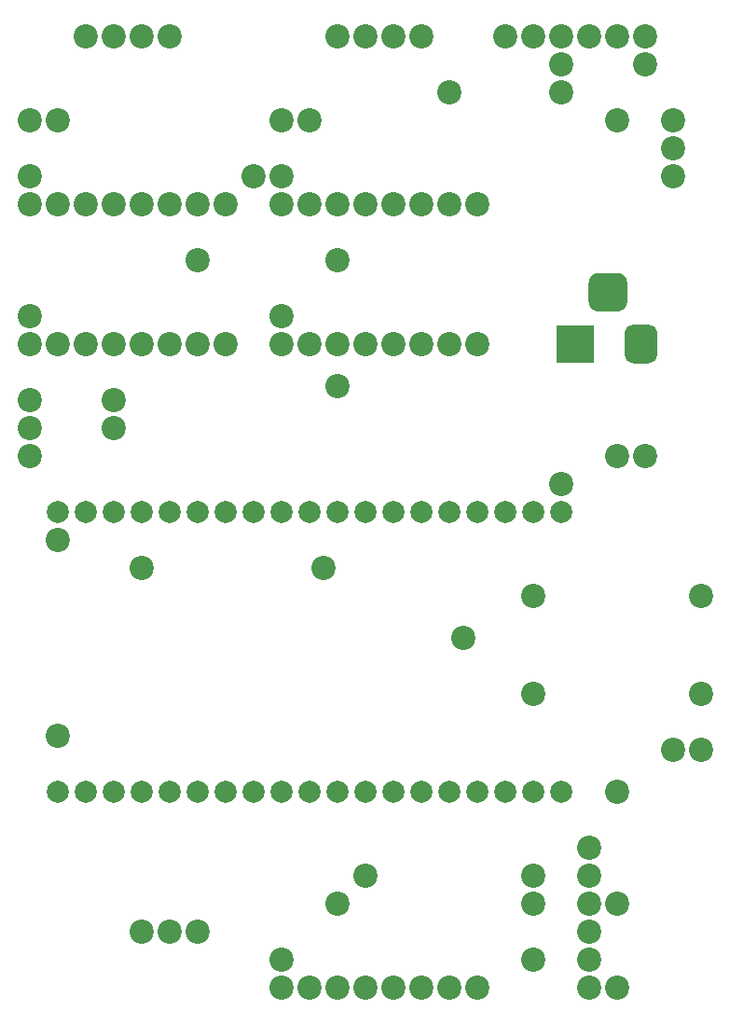
<source format=gbr>
%TF.GenerationSoftware,KiCad,Pcbnew,(5.1.6)-1*%
%TF.CreationDate,2021-10-03T09:04:03-05:00*%
%TF.ProjectId,_vMachine,5f764d61-6368-4696-9e65-2e6b69636164,rev?*%
%TF.SameCoordinates,Original*%
%TF.FileFunction,Soldermask,Bot*%
%TF.FilePolarity,Negative*%
%FSLAX46Y46*%
G04 Gerber Fmt 4.6, Leading zero omitted, Abs format (unit mm)*
G04 Created by KiCad (PCBNEW (5.1.6)-1) date 2021-10-03 09:04:03*
%MOMM*%
%LPD*%
G01*
G04 APERTURE LIST*
%ADD10C,2.200000*%
%ADD11C,2.000000*%
%ADD12R,3.500000X3.500000*%
G04 APERTURE END LIST*
D10*
%TO.C,C1*%
X11430000Y54610000D03*
X11430000Y57150000D03*
%TD*%
%TO.C,C2*%
X3810000Y82550000D03*
X6350000Y82550000D03*
%TD*%
%TO.C,C3*%
X29210000Y82550000D03*
X26670000Y82550000D03*
%TD*%
%TO.C,C4*%
X59690000Y52070000D03*
X57150000Y52070000D03*
%TD*%
%TO.C,J2*%
X3810000Y52070000D03*
%TD*%
%TO.C,J3*%
X3810000Y54610000D03*
%TD*%
%TO.C,J4*%
X3810000Y57150000D03*
%TD*%
%TO.C,J5*%
X19050000Y8890000D03*
%TD*%
%TO.C,J6*%
X16510000Y8890000D03*
%TD*%
%TO.C,J7*%
X13970000Y8890000D03*
%TD*%
%TO.C,J8*%
X64770000Y25400000D03*
%TD*%
%TO.C,J9*%
X62230000Y25400000D03*
%TD*%
%TO.C,J10*%
X16510000Y90170000D03*
X13970000Y90170000D03*
X11430000Y90170000D03*
X8890000Y90170000D03*
%TD*%
%TO.C,J11*%
X31750000Y90170000D03*
X34290000Y90170000D03*
X36830000Y90170000D03*
X39370000Y90170000D03*
%TD*%
%TO.C,J12*%
X26670000Y3810000D03*
X29210000Y3810000D03*
X31750000Y3810000D03*
X34290000Y3810000D03*
X36830000Y3810000D03*
X39370000Y3810000D03*
X41910000Y3810000D03*
X44450000Y3810000D03*
%TD*%
%TO.C,J13*%
X46990000Y90170000D03*
X49530000Y90170000D03*
X52070000Y90170000D03*
%TD*%
%TO.C,J14*%
X59690000Y90170000D03*
X57150000Y90170000D03*
X54610000Y90170000D03*
%TD*%
%TO.C,M1*%
X49530000Y39370000D03*
X64770000Y39370000D03*
X64770000Y30480000D03*
X49530000Y30480000D03*
%TD*%
%TO.C,M2*%
X21590000Y62230000D03*
X19050000Y62230000D03*
X16510000Y62230000D03*
X13970000Y62230000D03*
X11430000Y62230000D03*
X8890000Y62230000D03*
X6350000Y62230000D03*
X3810000Y62230000D03*
X21590000Y74930000D03*
X19050000Y74930000D03*
X16510000Y74930000D03*
X13970000Y74930000D03*
X11430000Y74930000D03*
X8890000Y74930000D03*
X6350000Y74930000D03*
X3810000Y74930000D03*
%TD*%
%TO.C,M3*%
X26670000Y74930000D03*
X29210000Y74930000D03*
X31750000Y74930000D03*
X34290000Y74930000D03*
X36830000Y74930000D03*
X39370000Y74930000D03*
X41910000Y74930000D03*
X44450000Y74930000D03*
X26670000Y62230000D03*
X29210000Y62230000D03*
X31750000Y62230000D03*
X34290000Y62230000D03*
X36830000Y62230000D03*
X39370000Y62230000D03*
X41910000Y62230000D03*
X44450000Y62230000D03*
%TD*%
%TO.C,M4*%
X54610000Y16510000D03*
X54610000Y13970000D03*
X54610000Y11430000D03*
X54610000Y8890000D03*
X54610000Y6350000D03*
X54610000Y3810000D03*
%TD*%
%TO.C,R1*%
X57150000Y11430000D03*
X57150000Y3810000D03*
%TD*%
%TO.C,SW1*%
X62230000Y77470000D03*
X62230000Y80010000D03*
X62230000Y82550000D03*
%TD*%
D11*
%TO.C,U1*%
X6350000Y46990000D03*
X8890000Y46990000D03*
X11430000Y46990000D03*
X13970000Y46990000D03*
X16510000Y46990000D03*
X19050000Y46990000D03*
X21590000Y46990000D03*
X24130000Y46990000D03*
X26670000Y46990000D03*
X29210000Y46990000D03*
X31750000Y46990000D03*
X34290000Y46990000D03*
X36830000Y46990000D03*
X39370000Y46990000D03*
X41910000Y46990000D03*
X44450000Y46990000D03*
X46990000Y46990000D03*
X49530000Y46990000D03*
X52070000Y46990000D03*
X52070000Y21590000D03*
X49530000Y21590000D03*
X46990000Y21590000D03*
X44450000Y21590000D03*
X41910000Y21590000D03*
X39370000Y21590000D03*
X36830000Y21590000D03*
X34290000Y21590000D03*
X31750000Y21590000D03*
X29210000Y21590000D03*
X26670000Y21590000D03*
X24130000Y21590000D03*
X21590000Y21590000D03*
X19050000Y21590000D03*
X16510000Y21590000D03*
X13970000Y21590000D03*
X11430000Y21590000D03*
X8890000Y21590000D03*
X6350000Y21590000D03*
%TD*%
D10*
%TO.C,V1*%
X19050000Y69850000D03*
%TD*%
%TO.C,V2*%
X3810000Y77470000D03*
%TD*%
%TO.C,V3*%
X3810000Y64770000D03*
%TD*%
%TO.C,V4*%
X24130000Y77470000D03*
%TD*%
%TO.C,V5*%
X31750000Y69850000D03*
%TD*%
%TO.C,V8*%
X26670000Y64770000D03*
%TD*%
%TO.C,V7*%
X26670000Y6350000D03*
%TD*%
%TO.C,V9*%
X49530000Y6350000D03*
%TD*%
%TO.C,V10*%
X31750000Y11430000D03*
%TD*%
%TO.C,V11*%
X49530000Y11430000D03*
%TD*%
%TO.C,V12*%
X34290000Y13970000D03*
%TD*%
%TO.C,V13*%
X49530000Y13970000D03*
%TD*%
%TO.C,V17*%
X6350000Y44450000D03*
%TD*%
%TO.C,V18*%
X6350000Y26670000D03*
%TD*%
D12*
%TO.C,J1*%
X53340000Y62230000D03*
G36*
G01*
X60840000Y63230000D02*
X60840000Y61230000D01*
G75*
G02*
X60090000Y60480000I-750000J0D01*
G01*
X58590000Y60480000D01*
G75*
G02*
X57840000Y61230000I0J750000D01*
G01*
X57840000Y63230000D01*
G75*
G02*
X58590000Y63980000I750000J0D01*
G01*
X60090000Y63980000D01*
G75*
G02*
X60840000Y63230000I0J-750000D01*
G01*
G37*
G36*
G01*
X58090000Y67805000D02*
X58090000Y66055000D01*
G75*
G02*
X57215000Y65180000I-875000J0D01*
G01*
X55465000Y65180000D01*
G75*
G02*
X54590000Y66055000I0J875000D01*
G01*
X54590000Y67805000D01*
G75*
G02*
X55465000Y68680000I875000J0D01*
G01*
X57215000Y68680000D01*
G75*
G02*
X58090000Y67805000I0J-875000D01*
G01*
G37*
%TD*%
D10*
%TO.C,V19*%
X26670000Y77470000D03*
%TD*%
%TO.C,V20*%
X57150000Y82550000D03*
%TD*%
%TO.C,V6*%
X52070000Y87630000D03*
%TD*%
%TO.C,V14*%
X59690000Y87630000D03*
%TD*%
%TO.C,V15*%
X31750000Y58420000D03*
%TD*%
%TO.C,V16*%
X43180000Y35560000D03*
%TD*%
%TO.C,V21*%
X52070000Y49530000D03*
%TD*%
%TO.C,V22*%
X57150000Y21590000D03*
%TD*%
%TO.C,V23*%
X41910000Y85090000D03*
%TD*%
%TO.C,V24*%
X52070000Y85090000D03*
%TD*%
%TO.C,V25*%
X13970000Y41910000D03*
%TD*%
%TO.C,V26*%
X30480000Y41910000D03*
%TD*%
M02*

</source>
